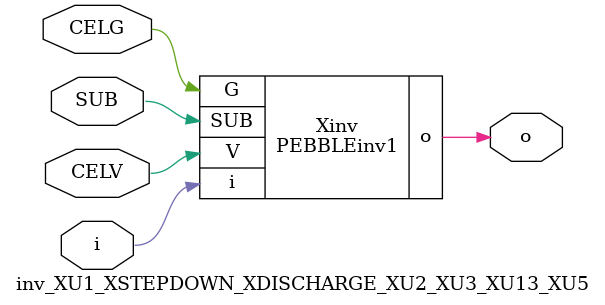
<source format=v>



module PEBBLEinv1 ( o, G, SUB, V, i );

  input V;
  input i;
  input G;
  output o;
  input SUB;
endmodule

//Celera Confidential Do Not Copy inv_XU1_XSTEPDOWN_XDISCHARGE_XU2_XU3_XU13_XU5
//Celera Confidential Symbol Generator
//5V Inverter
module inv_XU1_XSTEPDOWN_XDISCHARGE_XU2_XU3_XU13_XU5 (CELV,CELG,i,o,SUB);
input CELV;
input CELG;
input i;
input SUB;
output o;

//Celera Confidential Do Not Copy inv
PEBBLEinv1 Xinv(
.V (CELV),
.i (i),
.o (o),
.SUB (SUB),
.G (CELG)
);
//,diesize,PEBBLEinv1

//Celera Confidential Do Not Copy Module End
//Celera Schematic Generator
endmodule

</source>
